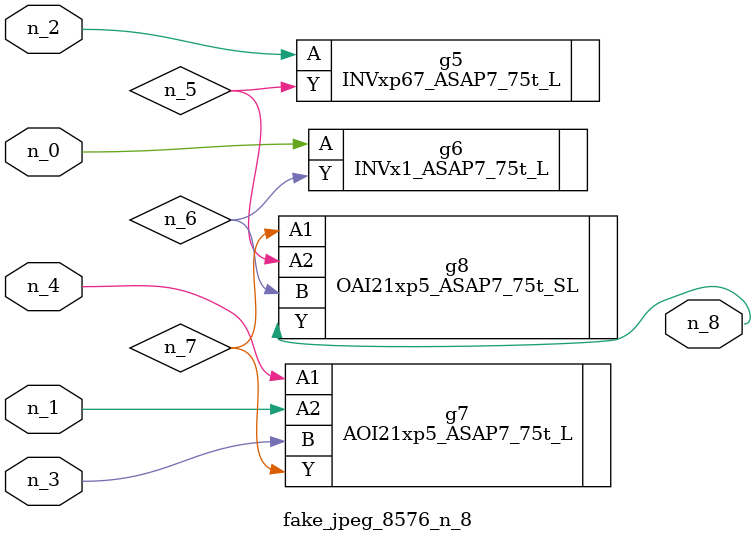
<source format=v>
module fake_jpeg_8576_n_8 (n_3, n_2, n_1, n_0, n_4, n_8);

input n_3;
input n_2;
input n_1;
input n_0;
input n_4;

output n_8;

wire n_6;
wire n_5;
wire n_7;

INVxp67_ASAP7_75t_L g5 ( 
.A(n_2),
.Y(n_5)
);

INVx1_ASAP7_75t_L g6 ( 
.A(n_0),
.Y(n_6)
);

AOI21xp5_ASAP7_75t_L g7 ( 
.A1(n_4),
.A2(n_1),
.B(n_3),
.Y(n_7)
);

OAI21xp5_ASAP7_75t_SL g8 ( 
.A1(n_7),
.A2(n_5),
.B(n_6),
.Y(n_8)
);


endmodule
</source>
